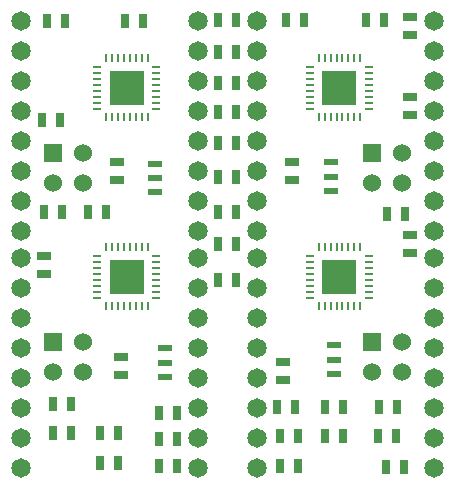
<source format=gts>
G04 (created by PCBNEW (2013-mar-13)-testing) date Tue 23 Sep 2014 01:04:41 PM PDT*
%MOIN*%
G04 Gerber Fmt 3.4, Leading zero omitted, Abs format*
%FSLAX34Y34*%
G01*
G70*
G90*
G04 APERTURE LIST*
%ADD10C,0.005906*%
%ADD11R,0.045000X0.025000*%
%ADD12C,0.065000*%
%ADD13R,0.051200X0.019700*%
%ADD14R,0.030000X0.010000*%
%ADD15R,0.010000X0.030000*%
%ADD16R,0.118100X0.118100*%
%ADD17R,0.025000X0.045000*%
%ADD18R,0.060000X0.060000*%
%ADD19C,0.060000*%
G04 APERTURE END LIST*
G54D10*
G54D11*
X23897Y-24818D03*
X23897Y-25418D03*
G54D12*
X20669Y-20122D03*
X20669Y-21122D03*
X20669Y-22122D03*
X20669Y-23122D03*
X20669Y-24122D03*
X20669Y-25122D03*
X20669Y-26122D03*
X20669Y-27122D03*
X26574Y-27122D03*
X26574Y-26122D03*
X26574Y-25122D03*
X26574Y-24122D03*
X26574Y-23122D03*
X26574Y-22122D03*
X26574Y-21122D03*
X26574Y-20122D03*
X20669Y-27996D03*
X20669Y-28996D03*
X20669Y-29996D03*
X20669Y-30996D03*
X20669Y-31996D03*
X20669Y-32996D03*
X20669Y-33996D03*
X20669Y-34996D03*
X26574Y-34996D03*
X26574Y-33996D03*
X26574Y-32996D03*
X26574Y-31996D03*
X26574Y-30996D03*
X26574Y-29996D03*
X26574Y-28996D03*
X26574Y-27996D03*
X28543Y-20122D03*
X28543Y-21122D03*
X28543Y-22122D03*
X28543Y-23122D03*
X28543Y-24122D03*
X28543Y-25122D03*
X28543Y-26122D03*
X28543Y-27122D03*
X34448Y-27122D03*
X34448Y-26122D03*
X34448Y-25122D03*
X34448Y-24122D03*
X34448Y-23122D03*
X34448Y-22122D03*
X34448Y-21122D03*
X34448Y-20122D03*
X28543Y-27996D03*
X28543Y-28996D03*
X28543Y-29996D03*
X28543Y-30996D03*
X28543Y-31996D03*
X28543Y-32996D03*
X28543Y-33996D03*
X28543Y-34996D03*
X34448Y-34996D03*
X34448Y-33996D03*
X34448Y-32996D03*
X34448Y-31996D03*
X34448Y-30996D03*
X34448Y-29996D03*
X34448Y-28996D03*
X34448Y-27996D03*
G54D13*
X25157Y-25354D03*
X25157Y-24882D03*
X25157Y-25826D03*
X25492Y-31496D03*
X25492Y-31024D03*
X25492Y-31968D03*
X31003Y-25295D03*
X31003Y-25767D03*
X31003Y-24823D03*
X31102Y-31397D03*
X31102Y-31869D03*
X31102Y-30925D03*
G54D11*
X24015Y-31294D03*
X24015Y-31894D03*
G54D14*
X23228Y-22834D03*
X23228Y-22637D03*
X23228Y-22440D03*
X23228Y-23031D03*
G54D15*
X23523Y-23326D03*
X23720Y-23326D03*
X23917Y-23326D03*
X24114Y-23326D03*
X24310Y-23326D03*
X24507Y-23326D03*
X24704Y-23326D03*
X24901Y-23326D03*
G54D14*
X25196Y-21653D03*
X25196Y-23031D03*
X25196Y-22834D03*
X25196Y-22637D03*
X25196Y-22440D03*
X25196Y-22244D03*
X25196Y-22047D03*
X25196Y-21850D03*
G54D15*
X24901Y-21358D03*
X24704Y-21358D03*
X24507Y-21358D03*
X24310Y-21358D03*
X24114Y-21358D03*
X23917Y-21358D03*
X23720Y-21358D03*
X23523Y-21358D03*
G54D14*
X23228Y-21653D03*
X23228Y-21850D03*
X23228Y-22047D03*
X23228Y-22244D03*
G54D16*
X24212Y-22342D03*
G54D14*
X23228Y-29133D03*
X23228Y-28936D03*
X23228Y-28739D03*
X23228Y-29330D03*
G54D15*
X23523Y-29625D03*
X23720Y-29625D03*
X23917Y-29625D03*
X24114Y-29625D03*
X24310Y-29625D03*
X24507Y-29625D03*
X24704Y-29625D03*
X24901Y-29625D03*
G54D14*
X25196Y-27952D03*
X25196Y-29330D03*
X25196Y-29133D03*
X25196Y-28936D03*
X25196Y-28739D03*
X25196Y-28543D03*
X25196Y-28346D03*
X25196Y-28149D03*
G54D15*
X24901Y-27657D03*
X24704Y-27657D03*
X24507Y-27657D03*
X24310Y-27657D03*
X24114Y-27657D03*
X23917Y-27657D03*
X23720Y-27657D03*
X23523Y-27657D03*
G54D14*
X23228Y-27952D03*
X23228Y-28149D03*
X23228Y-28346D03*
X23228Y-28543D03*
G54D16*
X24212Y-28641D03*
G54D14*
X30315Y-22834D03*
X30315Y-22637D03*
X30315Y-22440D03*
X30315Y-23031D03*
G54D15*
X30610Y-23326D03*
X30807Y-23326D03*
X31004Y-23326D03*
X31201Y-23326D03*
X31397Y-23326D03*
X31594Y-23326D03*
X31791Y-23326D03*
X31988Y-23326D03*
G54D14*
X32283Y-21653D03*
X32283Y-23031D03*
X32283Y-22834D03*
X32283Y-22637D03*
X32283Y-22440D03*
X32283Y-22244D03*
X32283Y-22047D03*
X32283Y-21850D03*
G54D15*
X31988Y-21358D03*
X31791Y-21358D03*
X31594Y-21358D03*
X31397Y-21358D03*
X31201Y-21358D03*
X31004Y-21358D03*
X30807Y-21358D03*
X30610Y-21358D03*
G54D14*
X30315Y-21653D03*
X30315Y-21850D03*
X30315Y-22047D03*
X30315Y-22244D03*
G54D16*
X31299Y-22342D03*
G54D14*
X30315Y-29133D03*
X30315Y-28936D03*
X30315Y-28739D03*
X30315Y-29330D03*
G54D15*
X30610Y-29625D03*
X30807Y-29625D03*
X31004Y-29625D03*
X31201Y-29625D03*
X31397Y-29625D03*
X31594Y-29625D03*
X31791Y-29625D03*
X31988Y-29625D03*
G54D14*
X32283Y-27952D03*
X32283Y-29330D03*
X32283Y-29133D03*
X32283Y-28936D03*
X32283Y-28739D03*
X32283Y-28543D03*
X32283Y-28346D03*
X32283Y-28149D03*
G54D15*
X31988Y-27657D03*
X31791Y-27657D03*
X31594Y-27657D03*
X31397Y-27657D03*
X31201Y-27657D03*
X31004Y-27657D03*
X30807Y-27657D03*
X30610Y-27657D03*
G54D14*
X30315Y-27952D03*
X30315Y-28149D03*
X30315Y-28346D03*
X30315Y-28543D03*
G54D16*
X31299Y-28641D03*
G54D11*
X29724Y-24798D03*
X29724Y-25398D03*
G54D17*
X30802Y-32972D03*
X31402Y-32972D03*
X32613Y-32992D03*
X33213Y-32992D03*
X32574Y-33937D03*
X33174Y-33937D03*
X32849Y-34960D03*
X33449Y-34960D03*
G54D11*
X33661Y-27259D03*
X33661Y-27859D03*
G54D17*
X29925Y-34940D03*
X29325Y-34940D03*
X29925Y-33956D03*
X29325Y-33956D03*
X29827Y-32972D03*
X29227Y-32972D03*
G54D11*
X29429Y-31491D03*
X29429Y-32091D03*
G54D17*
X32888Y-26535D03*
X33488Y-26535D03*
G54D11*
X33661Y-23233D03*
X33661Y-22633D03*
X33661Y-19975D03*
X33661Y-20575D03*
G54D17*
X29522Y-20078D03*
X30122Y-20078D03*
X27259Y-27559D03*
X27859Y-27559D03*
X27259Y-26476D03*
X27859Y-26476D03*
X27259Y-25295D03*
X27859Y-25295D03*
X27259Y-24173D03*
X27859Y-24173D03*
X25290Y-34940D03*
X25890Y-34940D03*
X25290Y-34055D03*
X25890Y-34055D03*
X25290Y-33169D03*
X25890Y-33169D03*
X27859Y-28740D03*
X27259Y-28740D03*
X23922Y-34842D03*
X23322Y-34842D03*
X23922Y-33858D03*
X23322Y-33858D03*
X22347Y-33858D03*
X21747Y-33858D03*
X22347Y-32874D03*
X21747Y-32874D03*
X27859Y-23149D03*
X27259Y-23149D03*
X27859Y-22165D03*
X27259Y-22165D03*
X27859Y-21141D03*
X27259Y-21141D03*
X27859Y-20078D03*
X27259Y-20078D03*
X24748Y-20118D03*
X24148Y-20118D03*
X22051Y-26476D03*
X21451Y-26476D03*
X21992Y-23425D03*
X21392Y-23425D03*
X22150Y-20118D03*
X21550Y-20118D03*
X31402Y-33956D03*
X30802Y-33956D03*
X32180Y-20078D03*
X32780Y-20078D03*
G54D11*
X21456Y-28548D03*
X21456Y-27948D03*
G54D17*
X22928Y-26476D03*
X23528Y-26476D03*
G54D18*
X21744Y-24500D03*
G54D19*
X21744Y-25500D03*
X22744Y-24500D03*
X22744Y-25500D03*
G54D18*
X21744Y-30799D03*
G54D19*
X21744Y-31799D03*
X22744Y-30799D03*
X22744Y-31799D03*
G54D18*
X32374Y-24500D03*
G54D19*
X32374Y-25500D03*
X33374Y-24500D03*
X33374Y-25500D03*
G54D18*
X32374Y-30799D03*
G54D19*
X32374Y-31799D03*
X33374Y-30799D03*
X33374Y-31799D03*
M02*

</source>
